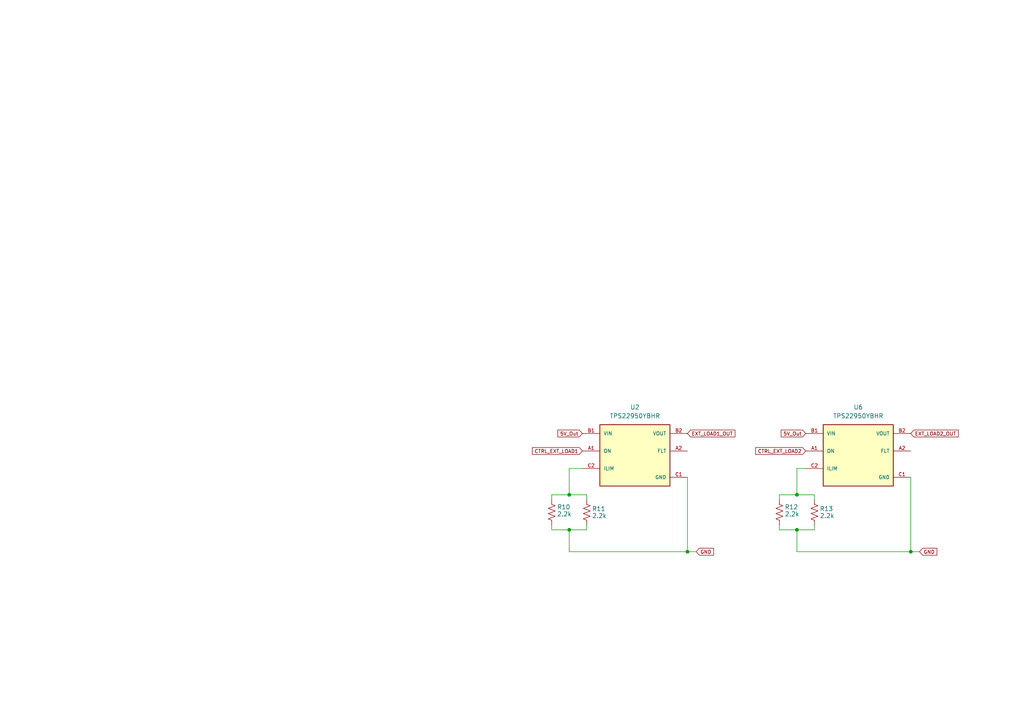
<source format=kicad_sch>
(kicad_sch (version 20250114) (generator "eeschema") (generator_version "9.0")
  (paper "A4")
  (title_block (date "2025-03-23") (rev "v0") (company "University of Cape Town") (comment 3 "HNYPHI001, OWNHAN001") (comment 4 "Phila Haanyama, Hannah Owen"))
  (lib_symbols
    (symbol "Device:R_US" (pin_numbers (hide yes)) (pin_names (offset 0))
      (property "Reference" "R" (at 2.54 0 90))
      (property "Value" "R_US" (at -2.54 0 90))
      (symbol "R_US_0_1"
        (polyline (pts (xy 0 2.286) (xy 0 2.54)))
        (polyline (pts (xy 0 2.286) (xy 1.016 1.905) (xy 0 1.524) (xy -1.016 1.143) (xy 0 0.762)))
        (polyline (pts (xy 0 0.762) (xy 1.016 0.381) (xy 0 0) (xy -1.016 -0.381) (xy 0 -0.762)))
        (polyline (pts (xy 0 -0.762) (xy 1.016 -1.143) (xy 0 -1.524) (xy -1.016 -1.905) (xy 0 -2.286)))
        (polyline (pts (xy 0 -2.286) (xy 0 -2.54)))
      )
      (symbol "R_US_1_1"
        (pin passive line (at 0 3.81 270) (length 1.27) (name "~") (number "1"))
        (pin passive line (at 0 -3.81 90) (length 1.27) (name "~") (number "2"))
      )
    )
    (symbol "TPS22950YBHR:TPS22950YBHR" (pin_names (offset 1.016))
      (property "Reference" "U" (at -10.16 11.049 0))
      (property "Value" "TPS22950YBHR" (at -10.16 -10.16 0))
      (symbol "TPS22950YBHR_0_0"
        (rectangle (start -10.16 -7.62) (end 10.16 10.16) (stroke (width 0.254)) (fill (type background)))
        (pin input line (at -15.24 7.62 0) (length 5.08) (name "VIN") (number "B1"))
        (pin input line (at -15.24 2.54 0) (length 5.08) (name "ON") (number "A1"))
        (pin passive line (at -15.24 -2.54 0) (length 5.08) (name "ILIM") (number "C2"))
        (pin output line (at 15.24 7.62 180) (length 5.08) (name "VOUT") (number "B2"))
        (pin output line (at 15.24 2.54 180) (length 5.08) (name "FLT") (number "A2"))
        (pin power_in line (at 15.24 -5.08 180) (length 5.08) (name "GND") (number "C1"))
      )
    )
  )
  (junction (at 165.1 153.67))
  (junction (at 264.16 160.02))
  (junction (at 231.14 153.67))
  (junction (at 199.39 160.02))
  (junction (at 231.14 143.51))
  (junction (at 165.1 143.51))
  (wire (pts (xy 199.39 160.02) (xy 199.39 138.43)))
  (wire (pts (xy 236.22 153.67) (xy 236.22 152.4)))
  (wire (pts (xy 168.91 135.89) (xy 165.1 135.89)))
  (wire (pts (xy 226.06 152.4) (xy 226.06 153.67)))
  (wire (pts (xy 266.7 160.02) (xy 264.16 160.02)))
  (wire (pts (xy 231.14 143.51) (xy 236.22 143.51)))
  (wire (pts (xy 226.06 143.51) (xy 226.06 144.78)))
  (wire (pts (xy 165.1 160.02) (xy 165.1 153.67)))
  (wire (pts (xy 160.02 143.51) (xy 165.1 143.51)))
  (wire (pts (xy 231.14 153.67) (xy 236.22 153.67)))
  (wire (pts (xy 201.93 160.02) (xy 199.39 160.02)))
  (wire (pts (xy 226.06 143.51) (xy 231.14 143.51)))
  (wire (pts (xy 231.14 153.67) (xy 231.14 160.02)))
  (wire (pts (xy 170.18 143.51) (xy 170.18 144.78)))
  (wire (pts (xy 231.14 135.89) (xy 233.68 135.89)))
  (wire (pts (xy 226.06 153.67) (xy 231.14 153.67)))
  (wire (pts (xy 160.02 152.4) (xy 160.02 153.67)))
  (wire (pts (xy 236.22 143.51) (xy 236.22 144.78)))
  (wire (pts (xy 170.18 153.67) (xy 170.18 152.4)))
  (wire (pts (xy 160.02 143.51) (xy 160.02 144.78)))
  (wire (pts (xy 165.1 153.67) (xy 170.18 153.67)))
  (wire (pts (xy 264.16 160.02) (xy 264.16 138.43)))
  (wire (pts (xy 165.1 143.51) (xy 170.18 143.51)))
  (wire (pts (xy 165.1 135.89) (xy 165.1 143.51)))
  (wire (pts (xy 231.14 135.89) (xy 231.14 143.51)))
  (wire (pts (xy 160.02 153.67) (xy 165.1 153.67)))
  (wire (pts (xy 165.1 160.02) (xy 199.39 160.02)))
  (wire (pts (xy 231.14 160.02) (xy 264.16 160.02)))
  (global_label "5V_Out" (shape input) (at 168.91 125.73 180) (effects (font (size 1.016 1.016))) (property "Intersheetrefs" "${INTERSHEET_REFS}" (effects (hide yes))))
  (global_label "5V_Out" (shape input) (at 233.68 125.73 180) (effects (font (size 1.016 1.016))) (property "Intersheetrefs" "${INTERSHEET_REFS}" (effects (hide yes))))
  (global_label "CTRL_EXT_LOAD2" (shape input) (at 233.68 130.81 180) (effects (font (size 1.016 1.016))) (property "Intersheetrefs" "${INTERSHEET_REFS}" (effects (hide yes))))
  (global_label "EXT_LOAD1_OUT" (shape input) (at 199.39 125.73 0) (effects (font (size 1.016 1.016))) (property "Intersheetrefs" "${INTERSHEET_REFS}" (effects (hide yes))))
  (global_label "CTRL_EXT_LOAD1" (shape input) (at 168.91 130.81 180) (effects (font (size 1.016 1.016))) (property "Intersheetrefs" "${INTERSHEET_REFS}" (effects (hide yes))))
  (global_label "GND" (shape input) (at 266.7 160.02 0) (effects (font (size 1.016 1.016))) (property "Intersheetrefs" "${INTERSHEET_REFS}" (effects (hide yes))))
  (global_label "EXT_LOAD2_OUT" (shape input) (at 264.16 125.73 0) (effects (font (size 1.016 1.016))) (property "Intersheetrefs" "${INTERSHEET_REFS}" (effects (hide yes))))
  (global_label "GND" (shape input) (at 201.93 160.02 0) (effects (font (size 1.016 1.016))) (property "Intersheetrefs" "${INTERSHEET_REFS}" (effects (hide yes))))
  (symbol (lib_id "Device:R_US") (at 160.02 148.59 0) (unit 1)
    (property "Reference" "R10" (at 161.544 147.066 0) (effects (justify left)))
    (property "Value" "2.2k" (at 161.544 149.098 0) (effects (justify left)))
    (property "Footprint" "Resistor_SMD:R_0603_1608Metric_Pad0.98x0.95mm_HandSolder" (effects (hide yes)))
    (property "Description" "Resistor, US symbol" (effects (hide yes)))
    (property "LCSC" "C4190" (effects (hide yes)))
  )
  (symbol (lib_id "Device:R_US") (at 170.18 148.59 0) (unit 1)
    (property "Reference" "R11" (at 171.704 147.574 0) (effects (justify left)))
    (property "Value" "2.2k" (at 171.704 149.606 0) (effects (justify left)))
    (property "Footprint" "Resistor_SMD:R_0603_1608Metric_Pad0.98x0.95mm_HandSolder" (effects (hide yes)))
    (property "Description" "Resistor, US symbol" (effects (hide yes)))
    (property "LCSC" "C4190" (effects (hide yes)))
  )
  (symbol (lib_id "TPS22950YBHR:TPS22950YBHR") (at 184.15 133.35 0) (unit 1)
    (property "Reference" "U3" (at 184.15 118.11 0))
    (property "Value" "TPS22950YBHR" (at 184.15 120.65 0))
    (property "Footprint" "TPS22950YBHR:IC_TPS22950YBHR" (effects (hide yes)))
    (property "MF" "Texas Instruments" (effects (hide yes)))
    (property "MAXIMUM_PACKAGE_HEIGHT" "0.4mm" (effects (hide yes)))
    (property "Package" "DSBGA-6 Texas Instruments" (effects (hide yes)))
    (property "Price" "None" (effects (hide yes)))
    (property "Check_prices" "https://www.snapeda.com/parts/TPS22950YBHR/Texas+Instruments/view-part/?ref=eda" (effects (hide yes)))
    (property "STANDARD" "Manufacturer Recommendations" (effects (hide yes)))
    (property "PARTREV" "December 2020" (effects (hide yes)))
    (property "SnapEDA_Link" "https://www.snapeda.com/parts/TPS22950YBHR/Texas+Instruments/view-part/?ref=snap" (effects (hide yes)))
    (property "MP" "TPS22950YBHR" (effects (hide yes)))
    (property "Description_1" "5.5-V, 2-A, 40-mΩ load switch with adjustable current limit" (effects (hide yes)))
    (property "Availability" "In Stock" (effects (hide yes)))
    (property "MANUFACTURER" "Texas Instruments" (effects (hide yes)))
    (property "LCSC" "C3230039" (effects (hide yes)))
    (instances (project "" (path "" (reference "U2") (unit 1)) (path "" (reference "U3") (unit 1))))
  )
  (symbol (lib_id "TPS22950YBHR:TPS22950YBHR") (at 248.92 133.35 0) (unit 1)
    (property "Reference" "U6" (at 248.92 118.11 0))
    (property "Value" "TPS22950YBHR" (at 248.92 120.65 0))
    (property "Footprint" "TPS22950YBHR:IC_TPS22950YBHR" (effects (hide yes)))
    (property "MF" "Texas Instruments" (effects (hide yes)))
    (property "MAXIMUM_PACKAGE_HEIGHT" "0.4mm" (effects (hide yes)))
    (property "Package" "DSBGA-6 Texas Instruments" (effects (hide yes)))
    (property "Price" "None" (effects (hide yes)))
    (property "Check_prices" "https://www.snapeda.com/parts/TPS22950YBHR/Texas+Instruments/view-part/?ref=eda" (effects (hide yes)))
    (property "STANDARD" "Manufacturer Recommendations" (effects (hide yes)))
    (property "PARTREV" "December 2020" (effects (hide yes)))
    (property "SnapEDA_Link" "https://www.snapeda.com/parts/TPS22950YBHR/Texas+Instruments/view-part/?ref=snap" (effects (hide yes)))
    (property "MP" "TPS22950YBHR" (effects (hide yes)))
    (property "Description_1" "5.5-V, 2-A, 40-mΩ load switch with adjustable current limit" (effects (hide yes)))
    (property "Availability" "In Stock" (effects (hide yes)))
    (property "MANUFACTURER" "Texas Instruments" (effects (hide yes)))
    (property "LCSC" "C3230039" (effects (hide yes)))
  )
  (symbol (lib_id "Device:R_US") (at 226.06 148.59 0) (unit 1)
    (property "Reference" "R12" (at 227.584 147.066 0) (effects (justify left)))
    (property "Value" "2.2k" (at 227.584 149.098 0) (effects (justify left)))
    (property "Footprint" "Resistor_SMD:R_0603_1608Metric_Pad0.98x0.95mm_HandSolder" (effects (hide yes)))
    (property "Description" "Resistor, US symbol" (effects (hide yes)))
    (property "LCSC" "C4190" (effects (hide yes)))
  )
  (symbol (lib_id "Device:R_US") (at 236.22 148.59 0) (unit 1)
    (property "Reference" "R13" (at 237.744 147.574 0) (effects (justify left)))
    (property "Value" "2.2k" (at 237.744 149.606 0) (effects (justify left)))
    (property "Footprint" "Resistor_SMD:R_0603_1608Metric_Pad0.98x0.95mm_HandSolder" (effects (hide yes)))
    (property "Description" "Resistor, US symbol" (effects (hide yes)))
    (property "LCSC" "C4190" (effects (hide yes)))
  )
)
</source>
